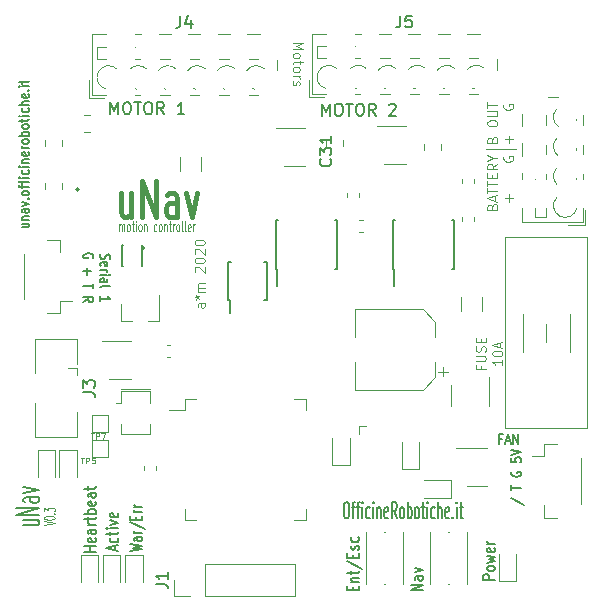
<source format=gbr>
G04 #@! TF.GenerationSoftware,KiCad,Pcbnew,5.1.6-c6e7f7d~87~ubuntu18.04.1*
G04 #@! TF.CreationDate,2020-08-09T22:43:26+01:00*
G04 #@! TF.ProjectId,simpleboard,73696d70-6c65-4626-9f61-72642e6b6963,rev?*
G04 #@! TF.SameCoordinates,Original*
G04 #@! TF.FileFunction,Legend,Top*
G04 #@! TF.FilePolarity,Positive*
%FSLAX46Y46*%
G04 Gerber Fmt 4.6, Leading zero omitted, Abs format (unit mm)*
G04 Created by KiCad (PCBNEW 5.1.6-c6e7f7d~87~ubuntu18.04.1) date 2020-08-09 22:43:26*
%MOMM*%
%LPD*%
G01*
G04 APERTURE LIST*
%ADD10C,0.200000*%
%ADD11C,0.125000*%
%ADD12C,0.175000*%
%ADD13C,0.400000*%
%ADD14C,0.120000*%
%ADD15C,0.150000*%
G04 APERTURE END LIST*
D10*
X176880952Y-58877380D02*
X176880952Y-57877380D01*
X177214285Y-58591666D01*
X177547619Y-57877380D01*
X177547619Y-58877380D01*
X178214285Y-57877380D02*
X178404761Y-57877380D01*
X178500000Y-57925000D01*
X178595238Y-58020238D01*
X178642857Y-58210714D01*
X178642857Y-58544047D01*
X178595238Y-58734523D01*
X178500000Y-58829761D01*
X178404761Y-58877380D01*
X178214285Y-58877380D01*
X178119047Y-58829761D01*
X178023809Y-58734523D01*
X177976190Y-58544047D01*
X177976190Y-58210714D01*
X178023809Y-58020238D01*
X178119047Y-57925000D01*
X178214285Y-57877380D01*
X178928571Y-57877380D02*
X179500000Y-57877380D01*
X179214285Y-58877380D02*
X179214285Y-57877380D01*
X180023809Y-57877380D02*
X180214285Y-57877380D01*
X180309523Y-57925000D01*
X180404761Y-58020238D01*
X180452380Y-58210714D01*
X180452380Y-58544047D01*
X180404761Y-58734523D01*
X180309523Y-58829761D01*
X180214285Y-58877380D01*
X180023809Y-58877380D01*
X179928571Y-58829761D01*
X179833333Y-58734523D01*
X179785714Y-58544047D01*
X179785714Y-58210714D01*
X179833333Y-58020238D01*
X179928571Y-57925000D01*
X180023809Y-57877380D01*
X181452380Y-58877380D02*
X181119047Y-58401190D01*
X180880952Y-58877380D02*
X180880952Y-57877380D01*
X181261904Y-57877380D01*
X181357142Y-57925000D01*
X181404761Y-57972619D01*
X181452380Y-58067857D01*
X181452380Y-58210714D01*
X181404761Y-58305952D01*
X181357142Y-58353571D01*
X181261904Y-58401190D01*
X180880952Y-58401190D01*
X182595238Y-57972619D02*
X182642857Y-57925000D01*
X182738095Y-57877380D01*
X182976190Y-57877380D01*
X183071428Y-57925000D01*
X183119047Y-57972619D01*
X183166666Y-58067857D01*
X183166666Y-58163095D01*
X183119047Y-58305952D01*
X182547619Y-58877380D01*
X183166666Y-58877380D01*
X158955952Y-58752380D02*
X158955952Y-57752380D01*
X159289285Y-58466666D01*
X159622619Y-57752380D01*
X159622619Y-58752380D01*
X160289285Y-57752380D02*
X160479761Y-57752380D01*
X160575000Y-57800000D01*
X160670238Y-57895238D01*
X160717857Y-58085714D01*
X160717857Y-58419047D01*
X160670238Y-58609523D01*
X160575000Y-58704761D01*
X160479761Y-58752380D01*
X160289285Y-58752380D01*
X160194047Y-58704761D01*
X160098809Y-58609523D01*
X160051190Y-58419047D01*
X160051190Y-58085714D01*
X160098809Y-57895238D01*
X160194047Y-57800000D01*
X160289285Y-57752380D01*
X161003571Y-57752380D02*
X161575000Y-57752380D01*
X161289285Y-58752380D02*
X161289285Y-57752380D01*
X162098809Y-57752380D02*
X162289285Y-57752380D01*
X162384523Y-57800000D01*
X162479761Y-57895238D01*
X162527380Y-58085714D01*
X162527380Y-58419047D01*
X162479761Y-58609523D01*
X162384523Y-58704761D01*
X162289285Y-58752380D01*
X162098809Y-58752380D01*
X162003571Y-58704761D01*
X161908333Y-58609523D01*
X161860714Y-58419047D01*
X161860714Y-58085714D01*
X161908333Y-57895238D01*
X162003571Y-57800000D01*
X162098809Y-57752380D01*
X163527380Y-58752380D02*
X163194047Y-58276190D01*
X162955952Y-58752380D02*
X162955952Y-57752380D01*
X163336904Y-57752380D01*
X163432142Y-57800000D01*
X163479761Y-57847619D01*
X163527380Y-57942857D01*
X163527380Y-58085714D01*
X163479761Y-58180952D01*
X163432142Y-58228571D01*
X163336904Y-58276190D01*
X162955952Y-58276190D01*
X165241666Y-58752380D02*
X164670238Y-58752380D01*
X164955952Y-58752380D02*
X164955952Y-57752380D01*
X164860714Y-57895238D01*
X164765476Y-57990476D01*
X164670238Y-58038095D01*
D11*
X191314285Y-66578571D02*
X191354761Y-66464285D01*
X191395238Y-66426190D01*
X191476190Y-66388095D01*
X191597619Y-66388095D01*
X191678571Y-66426190D01*
X191719047Y-66464285D01*
X191759523Y-66540476D01*
X191759523Y-66845238D01*
X190909523Y-66845238D01*
X190909523Y-66578571D01*
X190950000Y-66502380D01*
X190990476Y-66464285D01*
X191071428Y-66426190D01*
X191152380Y-66426190D01*
X191233333Y-66464285D01*
X191273809Y-66502380D01*
X191314285Y-66578571D01*
X191314285Y-66845238D01*
X191516666Y-66083333D02*
X191516666Y-65702380D01*
X191759523Y-66159523D02*
X190909523Y-65892857D01*
X191759523Y-65626190D01*
X190909523Y-65473809D02*
X190909523Y-65016666D01*
X191759523Y-65245238D02*
X190909523Y-65245238D01*
X190909523Y-64864285D02*
X190909523Y-64407142D01*
X191759523Y-64635714D02*
X190909523Y-64635714D01*
X191314285Y-64140476D02*
X191314285Y-63873809D01*
X191759523Y-63759523D02*
X191759523Y-64140476D01*
X190909523Y-64140476D01*
X190909523Y-63759523D01*
X191759523Y-62959523D02*
X191354761Y-63226190D01*
X191759523Y-63416666D02*
X190909523Y-63416666D01*
X190909523Y-63111904D01*
X190950000Y-63035714D01*
X190990476Y-62997619D01*
X191071428Y-62959523D01*
X191192857Y-62959523D01*
X191273809Y-62997619D01*
X191314285Y-63035714D01*
X191354761Y-63111904D01*
X191354761Y-63416666D01*
X191354761Y-62464285D02*
X191759523Y-62464285D01*
X190909523Y-62730952D02*
X191354761Y-62464285D01*
X190909523Y-62197619D01*
X192042857Y-61740476D02*
X190828571Y-61740476D01*
X191314285Y-60902380D02*
X191354761Y-60788095D01*
X191395238Y-60750000D01*
X191476190Y-60711904D01*
X191597619Y-60711904D01*
X191678571Y-60750000D01*
X191719047Y-60788095D01*
X191759523Y-60864285D01*
X191759523Y-61169047D01*
X190909523Y-61169047D01*
X190909523Y-60902380D01*
X190950000Y-60826190D01*
X190990476Y-60788095D01*
X191071428Y-60750000D01*
X191152380Y-60750000D01*
X191233333Y-60788095D01*
X191273809Y-60826190D01*
X191314285Y-60902380D01*
X191314285Y-61169047D01*
X190909523Y-59607142D02*
X190909523Y-59454761D01*
X190950000Y-59378571D01*
X191030952Y-59302380D01*
X191192857Y-59264285D01*
X191476190Y-59264285D01*
X191638095Y-59302380D01*
X191719047Y-59378571D01*
X191759523Y-59454761D01*
X191759523Y-59607142D01*
X191719047Y-59683333D01*
X191638095Y-59759523D01*
X191476190Y-59797619D01*
X191192857Y-59797619D01*
X191030952Y-59759523D01*
X190950000Y-59683333D01*
X190909523Y-59607142D01*
X190909523Y-58921428D02*
X191597619Y-58921428D01*
X191678571Y-58883333D01*
X191719047Y-58845238D01*
X191759523Y-58769047D01*
X191759523Y-58616666D01*
X191719047Y-58540476D01*
X191678571Y-58502380D01*
X191597619Y-58464285D01*
X190909523Y-58464285D01*
X190909523Y-58197619D02*
X190909523Y-57740476D01*
X191759523Y-57969047D02*
X190909523Y-57969047D01*
X192760714Y-66164285D02*
X192760714Y-65554761D01*
X193084523Y-65859523D02*
X192436904Y-65859523D01*
X192275000Y-62316666D02*
X192234523Y-62392857D01*
X192234523Y-62507142D01*
X192275000Y-62621428D01*
X192355952Y-62697619D01*
X192436904Y-62735714D01*
X192598809Y-62773809D01*
X192720238Y-62773809D01*
X192882142Y-62735714D01*
X192963095Y-62697619D01*
X193044047Y-62621428D01*
X193084523Y-62507142D01*
X193084523Y-62430952D01*
X193044047Y-62316666D01*
X193003571Y-62278571D01*
X192720238Y-62278571D01*
X192720238Y-62430952D01*
X193367857Y-61745238D02*
X192153571Y-61745238D01*
X192760714Y-61173809D02*
X192760714Y-60564285D01*
X193084523Y-60869047D02*
X192436904Y-60869047D01*
X192275000Y-57935714D02*
X192234523Y-58011904D01*
X192234523Y-58126190D01*
X192275000Y-58240476D01*
X192355952Y-58316666D01*
X192436904Y-58354761D01*
X192598809Y-58392857D01*
X192720238Y-58392857D01*
X192882142Y-58354761D01*
X192963095Y-58316666D01*
X193044047Y-58240476D01*
X193084523Y-58126190D01*
X193084523Y-58050000D01*
X193044047Y-57935714D01*
X193003571Y-57897619D01*
X192720238Y-57897619D01*
X192720238Y-58050000D01*
X153357142Y-93552678D02*
X154257142Y-93386011D01*
X153357142Y-93219345D01*
X153357142Y-92957440D02*
X153357142Y-92909821D01*
X153400000Y-92862202D01*
X153442857Y-92838392D01*
X153528571Y-92814583D01*
X153700000Y-92790773D01*
X153914285Y-92790773D01*
X154085714Y-92814583D01*
X154171428Y-92838392D01*
X154214285Y-92862202D01*
X154257142Y-92909821D01*
X154257142Y-92957440D01*
X154214285Y-93005059D01*
X154171428Y-93028869D01*
X154085714Y-93052678D01*
X153914285Y-93076488D01*
X153700000Y-93076488D01*
X153528571Y-93052678D01*
X153442857Y-93028869D01*
X153400000Y-93005059D01*
X153357142Y-92957440D01*
X154171428Y-92576488D02*
X154214285Y-92552678D01*
X154257142Y-92576488D01*
X154214285Y-92600297D01*
X154171428Y-92576488D01*
X154257142Y-92576488D01*
X153357142Y-92386011D02*
X153357142Y-92076488D01*
X153700000Y-92243154D01*
X153700000Y-92171726D01*
X153742857Y-92124107D01*
X153785714Y-92100297D01*
X153871428Y-92076488D01*
X154085714Y-92076488D01*
X154171428Y-92100297D01*
X154214285Y-92124107D01*
X154257142Y-92171726D01*
X154257142Y-92314583D01*
X154214285Y-92362202D01*
X154171428Y-92386011D01*
X159741369Y-68682142D02*
X159741369Y-68082142D01*
X159741369Y-68167857D02*
X159765178Y-68125000D01*
X159812797Y-68082142D01*
X159884226Y-68082142D01*
X159931845Y-68125000D01*
X159955654Y-68210714D01*
X159955654Y-68682142D01*
X159955654Y-68210714D02*
X159979464Y-68125000D01*
X160027083Y-68082142D01*
X160098511Y-68082142D01*
X160146130Y-68125000D01*
X160169940Y-68210714D01*
X160169940Y-68682142D01*
X160479464Y-68682142D02*
X160431845Y-68639285D01*
X160408035Y-68596428D01*
X160384226Y-68510714D01*
X160384226Y-68253571D01*
X160408035Y-68167857D01*
X160431845Y-68125000D01*
X160479464Y-68082142D01*
X160550892Y-68082142D01*
X160598511Y-68125000D01*
X160622321Y-68167857D01*
X160646130Y-68253571D01*
X160646130Y-68510714D01*
X160622321Y-68596428D01*
X160598511Y-68639285D01*
X160550892Y-68682142D01*
X160479464Y-68682142D01*
X160788988Y-68082142D02*
X160979464Y-68082142D01*
X160860416Y-67782142D02*
X160860416Y-68553571D01*
X160884226Y-68639285D01*
X160931845Y-68682142D01*
X160979464Y-68682142D01*
X161146130Y-68682142D02*
X161146130Y-68082142D01*
X161146130Y-67782142D02*
X161122321Y-67825000D01*
X161146130Y-67867857D01*
X161169940Y-67825000D01*
X161146130Y-67782142D01*
X161146130Y-67867857D01*
X161455654Y-68682142D02*
X161408035Y-68639285D01*
X161384226Y-68596428D01*
X161360416Y-68510714D01*
X161360416Y-68253571D01*
X161384226Y-68167857D01*
X161408035Y-68125000D01*
X161455654Y-68082142D01*
X161527083Y-68082142D01*
X161574702Y-68125000D01*
X161598511Y-68167857D01*
X161622321Y-68253571D01*
X161622321Y-68510714D01*
X161598511Y-68596428D01*
X161574702Y-68639285D01*
X161527083Y-68682142D01*
X161455654Y-68682142D01*
X161836607Y-68082142D02*
X161836607Y-68682142D01*
X161836607Y-68167857D02*
X161860416Y-68125000D01*
X161908035Y-68082142D01*
X161979464Y-68082142D01*
X162027083Y-68125000D01*
X162050892Y-68210714D01*
X162050892Y-68682142D01*
X162884226Y-68639285D02*
X162836607Y-68682142D01*
X162741369Y-68682142D01*
X162693750Y-68639285D01*
X162669940Y-68596428D01*
X162646130Y-68510714D01*
X162646130Y-68253571D01*
X162669940Y-68167857D01*
X162693750Y-68125000D01*
X162741369Y-68082142D01*
X162836607Y-68082142D01*
X162884226Y-68125000D01*
X163169940Y-68682142D02*
X163122321Y-68639285D01*
X163098511Y-68596428D01*
X163074702Y-68510714D01*
X163074702Y-68253571D01*
X163098511Y-68167857D01*
X163122321Y-68125000D01*
X163169940Y-68082142D01*
X163241369Y-68082142D01*
X163288988Y-68125000D01*
X163312797Y-68167857D01*
X163336607Y-68253571D01*
X163336607Y-68510714D01*
X163312797Y-68596428D01*
X163288988Y-68639285D01*
X163241369Y-68682142D01*
X163169940Y-68682142D01*
X163550892Y-68082142D02*
X163550892Y-68682142D01*
X163550892Y-68167857D02*
X163574702Y-68125000D01*
X163622321Y-68082142D01*
X163693750Y-68082142D01*
X163741369Y-68125000D01*
X163765178Y-68210714D01*
X163765178Y-68682142D01*
X163931845Y-68082142D02*
X164122321Y-68082142D01*
X164003273Y-67782142D02*
X164003273Y-68553571D01*
X164027083Y-68639285D01*
X164074702Y-68682142D01*
X164122321Y-68682142D01*
X164288988Y-68682142D02*
X164288988Y-68082142D01*
X164288988Y-68253571D02*
X164312797Y-68167857D01*
X164336607Y-68125000D01*
X164384226Y-68082142D01*
X164431845Y-68082142D01*
X164669940Y-68682142D02*
X164622321Y-68639285D01*
X164598511Y-68596428D01*
X164574702Y-68510714D01*
X164574702Y-68253571D01*
X164598511Y-68167857D01*
X164622321Y-68125000D01*
X164669940Y-68082142D01*
X164741369Y-68082142D01*
X164788988Y-68125000D01*
X164812797Y-68167857D01*
X164836607Y-68253571D01*
X164836607Y-68510714D01*
X164812797Y-68596428D01*
X164788988Y-68639285D01*
X164741369Y-68682142D01*
X164669940Y-68682142D01*
X165122321Y-68682142D02*
X165074702Y-68639285D01*
X165050892Y-68553571D01*
X165050892Y-67782142D01*
X165384226Y-68682142D02*
X165336607Y-68639285D01*
X165312797Y-68553571D01*
X165312797Y-67782142D01*
X165765178Y-68639285D02*
X165717559Y-68682142D01*
X165622321Y-68682142D01*
X165574702Y-68639285D01*
X165550892Y-68553571D01*
X165550892Y-68210714D01*
X165574702Y-68125000D01*
X165622321Y-68082142D01*
X165717559Y-68082142D01*
X165765178Y-68125000D01*
X165788988Y-68210714D01*
X165788988Y-68296428D01*
X165550892Y-68382142D01*
X166003273Y-68682142D02*
X166003273Y-68082142D01*
X166003273Y-68253571D02*
X166027083Y-68167857D01*
X166050892Y-68125000D01*
X166098511Y-68082142D01*
X166146130Y-68082142D01*
D12*
X151517857Y-68041666D02*
X152084523Y-68041666D01*
X151517857Y-68341666D02*
X151963095Y-68341666D01*
X152044047Y-68308333D01*
X152084523Y-68241666D01*
X152084523Y-68141666D01*
X152044047Y-68075000D01*
X152003571Y-68041666D01*
X151517857Y-67708333D02*
X152084523Y-67708333D01*
X151598809Y-67708333D02*
X151558333Y-67675000D01*
X151517857Y-67608333D01*
X151517857Y-67508333D01*
X151558333Y-67441666D01*
X151639285Y-67408333D01*
X152084523Y-67408333D01*
X152084523Y-66775000D02*
X151639285Y-66775000D01*
X151558333Y-66808333D01*
X151517857Y-66875000D01*
X151517857Y-67008333D01*
X151558333Y-67075000D01*
X152044047Y-66775000D02*
X152084523Y-66841666D01*
X152084523Y-67008333D01*
X152044047Y-67075000D01*
X151963095Y-67108333D01*
X151882142Y-67108333D01*
X151801190Y-67075000D01*
X151760714Y-67008333D01*
X151760714Y-66841666D01*
X151720238Y-66775000D01*
X151517857Y-66508333D02*
X152084523Y-66341666D01*
X151517857Y-66175000D01*
X152003571Y-65908333D02*
X152044047Y-65875000D01*
X152084523Y-65908333D01*
X152044047Y-65941666D01*
X152003571Y-65908333D01*
X152084523Y-65908333D01*
X152084523Y-65475000D02*
X152044047Y-65541666D01*
X152003571Y-65575000D01*
X151922619Y-65608333D01*
X151679761Y-65608333D01*
X151598809Y-65575000D01*
X151558333Y-65541666D01*
X151517857Y-65475000D01*
X151517857Y-65375000D01*
X151558333Y-65308333D01*
X151598809Y-65275000D01*
X151679761Y-65241666D01*
X151922619Y-65241666D01*
X152003571Y-65275000D01*
X152044047Y-65308333D01*
X152084523Y-65375000D01*
X152084523Y-65475000D01*
X151517857Y-65041666D02*
X151517857Y-64775000D01*
X152084523Y-64941666D02*
X151355952Y-64941666D01*
X151275000Y-64908333D01*
X151234523Y-64841666D01*
X151234523Y-64775000D01*
X151517857Y-64641666D02*
X151517857Y-64375000D01*
X152084523Y-64541666D02*
X151355952Y-64541666D01*
X151275000Y-64508333D01*
X151234523Y-64441666D01*
X151234523Y-64375000D01*
X152084523Y-64141666D02*
X151517857Y-64141666D01*
X151234523Y-64141666D02*
X151275000Y-64175000D01*
X151315476Y-64141666D01*
X151275000Y-64108333D01*
X151234523Y-64141666D01*
X151315476Y-64141666D01*
X152044047Y-63508333D02*
X152084523Y-63575000D01*
X152084523Y-63708333D01*
X152044047Y-63775000D01*
X152003571Y-63808333D01*
X151922619Y-63841666D01*
X151679761Y-63841666D01*
X151598809Y-63808333D01*
X151558333Y-63775000D01*
X151517857Y-63708333D01*
X151517857Y-63575000D01*
X151558333Y-63508333D01*
X152084523Y-63208333D02*
X151517857Y-63208333D01*
X151234523Y-63208333D02*
X151275000Y-63241666D01*
X151315476Y-63208333D01*
X151275000Y-63175000D01*
X151234523Y-63208333D01*
X151315476Y-63208333D01*
X151517857Y-62875000D02*
X152084523Y-62875000D01*
X151598809Y-62875000D02*
X151558333Y-62841666D01*
X151517857Y-62775000D01*
X151517857Y-62675000D01*
X151558333Y-62608333D01*
X151639285Y-62575000D01*
X152084523Y-62575000D01*
X152044047Y-61975000D02*
X152084523Y-62041666D01*
X152084523Y-62175000D01*
X152044047Y-62241666D01*
X151963095Y-62275000D01*
X151639285Y-62275000D01*
X151558333Y-62241666D01*
X151517857Y-62175000D01*
X151517857Y-62041666D01*
X151558333Y-61975000D01*
X151639285Y-61941666D01*
X151720238Y-61941666D01*
X151801190Y-62275000D01*
X152084523Y-61641666D02*
X151517857Y-61641666D01*
X151679761Y-61641666D02*
X151598809Y-61608333D01*
X151558333Y-61575000D01*
X151517857Y-61508333D01*
X151517857Y-61441666D01*
X152084523Y-61108333D02*
X152044047Y-61175000D01*
X152003571Y-61208333D01*
X151922619Y-61241666D01*
X151679761Y-61241666D01*
X151598809Y-61208333D01*
X151558333Y-61175000D01*
X151517857Y-61108333D01*
X151517857Y-61008333D01*
X151558333Y-60941666D01*
X151598809Y-60908333D01*
X151679761Y-60875000D01*
X151922619Y-60875000D01*
X152003571Y-60908333D01*
X152044047Y-60941666D01*
X152084523Y-61008333D01*
X152084523Y-61108333D01*
X152084523Y-60575000D02*
X151234523Y-60575000D01*
X151558333Y-60575000D02*
X151517857Y-60508333D01*
X151517857Y-60375000D01*
X151558333Y-60308333D01*
X151598809Y-60275000D01*
X151679761Y-60241666D01*
X151922619Y-60241666D01*
X152003571Y-60275000D01*
X152044047Y-60308333D01*
X152084523Y-60375000D01*
X152084523Y-60508333D01*
X152044047Y-60575000D01*
X152084523Y-59841666D02*
X152044047Y-59908333D01*
X152003571Y-59941666D01*
X151922619Y-59975000D01*
X151679761Y-59975000D01*
X151598809Y-59941666D01*
X151558333Y-59908333D01*
X151517857Y-59841666D01*
X151517857Y-59741666D01*
X151558333Y-59675000D01*
X151598809Y-59641666D01*
X151679761Y-59608333D01*
X151922619Y-59608333D01*
X152003571Y-59641666D01*
X152044047Y-59675000D01*
X152084523Y-59741666D01*
X152084523Y-59841666D01*
X151517857Y-59408333D02*
X151517857Y-59141666D01*
X151234523Y-59308333D02*
X151963095Y-59308333D01*
X152044047Y-59275000D01*
X152084523Y-59208333D01*
X152084523Y-59141666D01*
X152084523Y-58908333D02*
X151517857Y-58908333D01*
X151234523Y-58908333D02*
X151275000Y-58941666D01*
X151315476Y-58908333D01*
X151275000Y-58875000D01*
X151234523Y-58908333D01*
X151315476Y-58908333D01*
X152044047Y-58275000D02*
X152084523Y-58341666D01*
X152084523Y-58475000D01*
X152044047Y-58541666D01*
X152003571Y-58575000D01*
X151922619Y-58608333D01*
X151679761Y-58608333D01*
X151598809Y-58575000D01*
X151558333Y-58541666D01*
X151517857Y-58475000D01*
X151517857Y-58341666D01*
X151558333Y-58275000D01*
X152084523Y-57975000D02*
X151234523Y-57975000D01*
X152084523Y-57675000D02*
X151639285Y-57675000D01*
X151558333Y-57708333D01*
X151517857Y-57775000D01*
X151517857Y-57875000D01*
X151558333Y-57941666D01*
X151598809Y-57975000D01*
X152044047Y-57075000D02*
X152084523Y-57141666D01*
X152084523Y-57275000D01*
X152044047Y-57341666D01*
X151963095Y-57375000D01*
X151639285Y-57375000D01*
X151558333Y-57341666D01*
X151517857Y-57275000D01*
X151517857Y-57141666D01*
X151558333Y-57075000D01*
X151639285Y-57041666D01*
X151720238Y-57041666D01*
X151801190Y-57375000D01*
X152003571Y-56741666D02*
X152044047Y-56708333D01*
X152084523Y-56741666D01*
X152044047Y-56775000D01*
X152003571Y-56741666D01*
X152084523Y-56741666D01*
X152084523Y-56408333D02*
X151517857Y-56408333D01*
X151234523Y-56408333D02*
X151275000Y-56441666D01*
X151315476Y-56408333D01*
X151275000Y-56375000D01*
X151234523Y-56408333D01*
X151315476Y-56408333D01*
X151517857Y-56175000D02*
X151517857Y-55908333D01*
X151234523Y-56075000D02*
X151963095Y-56075000D01*
X152044047Y-56041666D01*
X152084523Y-55975000D01*
X152084523Y-55908333D01*
D11*
X166959523Y-74770238D02*
X166514285Y-74770238D01*
X166433333Y-74808333D01*
X166392857Y-74884523D01*
X166392857Y-75036904D01*
X166433333Y-75113095D01*
X166919047Y-74770238D02*
X166959523Y-74846428D01*
X166959523Y-75036904D01*
X166919047Y-75113095D01*
X166838095Y-75151190D01*
X166757142Y-75151190D01*
X166676190Y-75113095D01*
X166635714Y-75036904D01*
X166635714Y-74846428D01*
X166595238Y-74770238D01*
X166109523Y-74275000D02*
X166311904Y-74275000D01*
X166230952Y-74465476D02*
X166311904Y-74275000D01*
X166230952Y-74084523D01*
X166473809Y-74389285D02*
X166311904Y-74275000D01*
X166473809Y-74160714D01*
X166959523Y-73779761D02*
X166392857Y-73779761D01*
X166473809Y-73779761D02*
X166433333Y-73741666D01*
X166392857Y-73665476D01*
X166392857Y-73551190D01*
X166433333Y-73475000D01*
X166514285Y-73436904D01*
X166959523Y-73436904D01*
X166514285Y-73436904D02*
X166433333Y-73398809D01*
X166392857Y-73322619D01*
X166392857Y-73208333D01*
X166433333Y-73132142D01*
X166514285Y-73094047D01*
X166959523Y-73094047D01*
X166190476Y-72141666D02*
X166150000Y-72103571D01*
X166109523Y-72027380D01*
X166109523Y-71836904D01*
X166150000Y-71760714D01*
X166190476Y-71722619D01*
X166271428Y-71684523D01*
X166352380Y-71684523D01*
X166473809Y-71722619D01*
X166959523Y-72179761D01*
X166959523Y-71684523D01*
X166109523Y-71189285D02*
X166109523Y-71113095D01*
X166150000Y-71036904D01*
X166190476Y-70998809D01*
X166271428Y-70960714D01*
X166433333Y-70922619D01*
X166635714Y-70922619D01*
X166797619Y-70960714D01*
X166878571Y-70998809D01*
X166919047Y-71036904D01*
X166959523Y-71113095D01*
X166959523Y-71189285D01*
X166919047Y-71265476D01*
X166878571Y-71303571D01*
X166797619Y-71341666D01*
X166635714Y-71379761D01*
X166433333Y-71379761D01*
X166271428Y-71341666D01*
X166190476Y-71303571D01*
X166150000Y-71265476D01*
X166109523Y-71189285D01*
X166190476Y-70617857D02*
X166150000Y-70579761D01*
X166109523Y-70503571D01*
X166109523Y-70313095D01*
X166150000Y-70236904D01*
X166190476Y-70198809D01*
X166271428Y-70160714D01*
X166352380Y-70160714D01*
X166473809Y-70198809D01*
X166959523Y-70655952D01*
X166959523Y-70160714D01*
X166109523Y-69665476D02*
X166109523Y-69589285D01*
X166150000Y-69513095D01*
X166190476Y-69475000D01*
X166271428Y-69436904D01*
X166433333Y-69398809D01*
X166635714Y-69398809D01*
X166797619Y-69436904D01*
X166878571Y-69475000D01*
X166919047Y-69513095D01*
X166959523Y-69589285D01*
X166959523Y-69665476D01*
X166919047Y-69741666D01*
X166878571Y-69779761D01*
X166797619Y-69817857D01*
X166635714Y-69855952D01*
X166433333Y-69855952D01*
X166271428Y-69817857D01*
X166190476Y-69779761D01*
X166150000Y-69741666D01*
X166109523Y-69665476D01*
D13*
X160714285Y-65457142D02*
X160714285Y-67457142D01*
X159857142Y-65457142D02*
X159857142Y-67028571D01*
X159952380Y-67314285D01*
X160142857Y-67457142D01*
X160428571Y-67457142D01*
X160619047Y-67314285D01*
X160714285Y-67171428D01*
X161666666Y-67457142D02*
X161666666Y-64457142D01*
X162809523Y-67457142D01*
X162809523Y-64457142D01*
X164619047Y-67457142D02*
X164619047Y-65885714D01*
X164523809Y-65600000D01*
X164333333Y-65457142D01*
X163952380Y-65457142D01*
X163761904Y-65600000D01*
X164619047Y-67314285D02*
X164428571Y-67457142D01*
X163952380Y-67457142D01*
X163761904Y-67314285D01*
X163666666Y-67028571D01*
X163666666Y-66742857D01*
X163761904Y-66457142D01*
X163952380Y-66314285D01*
X164428571Y-66314285D01*
X164619047Y-66171428D01*
X165380952Y-65457142D02*
X165857142Y-67457142D01*
X166333333Y-65457142D01*
D10*
X151621428Y-93142857D02*
X152954761Y-93142857D01*
X151621428Y-93571428D02*
X152669047Y-93571428D01*
X152859523Y-93523809D01*
X152954761Y-93428571D01*
X152954761Y-93285714D01*
X152859523Y-93190476D01*
X152764285Y-93142857D01*
X152954761Y-92666666D02*
X150954761Y-92666666D01*
X152954761Y-92095238D01*
X150954761Y-92095238D01*
X152954761Y-91190476D02*
X151907142Y-91190476D01*
X151716666Y-91238095D01*
X151621428Y-91333333D01*
X151621428Y-91523809D01*
X151716666Y-91619047D01*
X152859523Y-91190476D02*
X152954761Y-91285714D01*
X152954761Y-91523809D01*
X152859523Y-91619047D01*
X152669047Y-91666666D01*
X152478571Y-91666666D01*
X152288095Y-91619047D01*
X152192857Y-91523809D01*
X152192857Y-91285714D01*
X152097619Y-91190476D01*
X151621428Y-90809523D02*
X152954761Y-90571428D01*
X151621428Y-90333333D01*
D12*
X178916666Y-91583333D02*
X179050000Y-91583333D01*
X179116666Y-91650000D01*
X179183333Y-91783333D01*
X179216666Y-92050000D01*
X179216666Y-92516666D01*
X179183333Y-92783333D01*
X179116666Y-92916666D01*
X179050000Y-92983333D01*
X178916666Y-92983333D01*
X178850000Y-92916666D01*
X178783333Y-92783333D01*
X178750000Y-92516666D01*
X178750000Y-92050000D01*
X178783333Y-91783333D01*
X178850000Y-91650000D01*
X178916666Y-91583333D01*
X179416666Y-92050000D02*
X179683333Y-92050000D01*
X179516666Y-92983333D02*
X179516666Y-91783333D01*
X179550000Y-91650000D01*
X179616666Y-91583333D01*
X179683333Y-91583333D01*
X179816666Y-92050000D02*
X180083333Y-92050000D01*
X179916666Y-92983333D02*
X179916666Y-91783333D01*
X179950000Y-91650000D01*
X180016666Y-91583333D01*
X180083333Y-91583333D01*
X180316666Y-92983333D02*
X180316666Y-92050000D01*
X180316666Y-91583333D02*
X180283333Y-91650000D01*
X180316666Y-91716666D01*
X180350000Y-91650000D01*
X180316666Y-91583333D01*
X180316666Y-91716666D01*
X180950000Y-92916666D02*
X180883333Y-92983333D01*
X180750000Y-92983333D01*
X180683333Y-92916666D01*
X180650000Y-92850000D01*
X180616666Y-92716666D01*
X180616666Y-92316666D01*
X180650000Y-92183333D01*
X180683333Y-92116666D01*
X180750000Y-92050000D01*
X180883333Y-92050000D01*
X180950000Y-92116666D01*
X181250000Y-92983333D02*
X181250000Y-92050000D01*
X181250000Y-91583333D02*
X181216666Y-91650000D01*
X181250000Y-91716666D01*
X181283333Y-91650000D01*
X181250000Y-91583333D01*
X181250000Y-91716666D01*
X181583333Y-92050000D02*
X181583333Y-92983333D01*
X181583333Y-92183333D02*
X181616666Y-92116666D01*
X181683333Y-92050000D01*
X181783333Y-92050000D01*
X181850000Y-92116666D01*
X181883333Y-92250000D01*
X181883333Y-92983333D01*
X182483333Y-92916666D02*
X182416666Y-92983333D01*
X182283333Y-92983333D01*
X182216666Y-92916666D01*
X182183333Y-92783333D01*
X182183333Y-92250000D01*
X182216666Y-92116666D01*
X182283333Y-92050000D01*
X182416666Y-92050000D01*
X182483333Y-92116666D01*
X182516666Y-92250000D01*
X182516666Y-92383333D01*
X182183333Y-92516666D01*
X183216666Y-92983333D02*
X182983333Y-92316666D01*
X182816666Y-92983333D02*
X182816666Y-91583333D01*
X183083333Y-91583333D01*
X183150000Y-91650000D01*
X183183333Y-91716666D01*
X183216666Y-91850000D01*
X183216666Y-92050000D01*
X183183333Y-92183333D01*
X183150000Y-92250000D01*
X183083333Y-92316666D01*
X182816666Y-92316666D01*
X183616666Y-92983333D02*
X183550000Y-92916666D01*
X183516666Y-92850000D01*
X183483333Y-92716666D01*
X183483333Y-92316666D01*
X183516666Y-92183333D01*
X183550000Y-92116666D01*
X183616666Y-92050000D01*
X183716666Y-92050000D01*
X183783333Y-92116666D01*
X183816666Y-92183333D01*
X183850000Y-92316666D01*
X183850000Y-92716666D01*
X183816666Y-92850000D01*
X183783333Y-92916666D01*
X183716666Y-92983333D01*
X183616666Y-92983333D01*
X184150000Y-92983333D02*
X184150000Y-91583333D01*
X184150000Y-92116666D02*
X184216666Y-92050000D01*
X184350000Y-92050000D01*
X184416666Y-92116666D01*
X184450000Y-92183333D01*
X184483333Y-92316666D01*
X184483333Y-92716666D01*
X184450000Y-92850000D01*
X184416666Y-92916666D01*
X184350000Y-92983333D01*
X184216666Y-92983333D01*
X184150000Y-92916666D01*
X184883333Y-92983333D02*
X184816666Y-92916666D01*
X184783333Y-92850000D01*
X184750000Y-92716666D01*
X184750000Y-92316666D01*
X184783333Y-92183333D01*
X184816666Y-92116666D01*
X184883333Y-92050000D01*
X184983333Y-92050000D01*
X185050000Y-92116666D01*
X185083333Y-92183333D01*
X185116666Y-92316666D01*
X185116666Y-92716666D01*
X185083333Y-92850000D01*
X185050000Y-92916666D01*
X184983333Y-92983333D01*
X184883333Y-92983333D01*
X185316666Y-92050000D02*
X185583333Y-92050000D01*
X185416666Y-91583333D02*
X185416666Y-92783333D01*
X185450000Y-92916666D01*
X185516666Y-92983333D01*
X185583333Y-92983333D01*
X185816666Y-92983333D02*
X185816666Y-92050000D01*
X185816666Y-91583333D02*
X185783333Y-91650000D01*
X185816666Y-91716666D01*
X185850000Y-91650000D01*
X185816666Y-91583333D01*
X185816666Y-91716666D01*
X186450000Y-92916666D02*
X186383333Y-92983333D01*
X186250000Y-92983333D01*
X186183333Y-92916666D01*
X186150000Y-92850000D01*
X186116666Y-92716666D01*
X186116666Y-92316666D01*
X186150000Y-92183333D01*
X186183333Y-92116666D01*
X186250000Y-92050000D01*
X186383333Y-92050000D01*
X186450000Y-92116666D01*
X186750000Y-92983333D02*
X186750000Y-91583333D01*
X187050000Y-92983333D02*
X187050000Y-92250000D01*
X187016666Y-92116666D01*
X186950000Y-92050000D01*
X186850000Y-92050000D01*
X186783333Y-92116666D01*
X186750000Y-92183333D01*
X187650000Y-92916666D02*
X187583333Y-92983333D01*
X187450000Y-92983333D01*
X187383333Y-92916666D01*
X187350000Y-92783333D01*
X187350000Y-92250000D01*
X187383333Y-92116666D01*
X187450000Y-92050000D01*
X187583333Y-92050000D01*
X187650000Y-92116666D01*
X187683333Y-92250000D01*
X187683333Y-92383333D01*
X187350000Y-92516666D01*
X187983333Y-92850000D02*
X188016666Y-92916666D01*
X187983333Y-92983333D01*
X187950000Y-92916666D01*
X187983333Y-92850000D01*
X187983333Y-92983333D01*
X188316666Y-92983333D02*
X188316666Y-92050000D01*
X188316666Y-91583333D02*
X188283333Y-91650000D01*
X188316666Y-91716666D01*
X188350000Y-91650000D01*
X188316666Y-91583333D01*
X188316666Y-91716666D01*
X188550000Y-92050000D02*
X188816666Y-92050000D01*
X188650000Y-91583333D02*
X188650000Y-92783333D01*
X188683333Y-92916666D01*
X188750000Y-92983333D01*
X188816666Y-92983333D01*
D11*
X190339285Y-80097619D02*
X190339285Y-80364285D01*
X190784523Y-80364285D02*
X189934523Y-80364285D01*
X189934523Y-79983333D01*
X189934523Y-79678571D02*
X190622619Y-79678571D01*
X190703571Y-79640476D01*
X190744047Y-79602380D01*
X190784523Y-79526190D01*
X190784523Y-79373809D01*
X190744047Y-79297619D01*
X190703571Y-79259523D01*
X190622619Y-79221428D01*
X189934523Y-79221428D01*
X190744047Y-78878571D02*
X190784523Y-78764285D01*
X190784523Y-78573809D01*
X190744047Y-78497619D01*
X190703571Y-78459523D01*
X190622619Y-78421428D01*
X190541666Y-78421428D01*
X190460714Y-78459523D01*
X190420238Y-78497619D01*
X190379761Y-78573809D01*
X190339285Y-78726190D01*
X190298809Y-78802380D01*
X190258333Y-78840476D01*
X190177380Y-78878571D01*
X190096428Y-78878571D01*
X190015476Y-78840476D01*
X189975000Y-78802380D01*
X189934523Y-78726190D01*
X189934523Y-78535714D01*
X189975000Y-78421428D01*
X190339285Y-78078571D02*
X190339285Y-77811904D01*
X190784523Y-77697619D02*
X190784523Y-78078571D01*
X189934523Y-78078571D01*
X189934523Y-77697619D01*
X192184523Y-79545238D02*
X192184523Y-80002380D01*
X192184523Y-79773809D02*
X191334523Y-79773809D01*
X191455952Y-79850000D01*
X191536904Y-79926190D01*
X191577380Y-80002380D01*
X191334523Y-79050000D02*
X191334523Y-78973809D01*
X191375000Y-78897619D01*
X191415476Y-78859523D01*
X191496428Y-78821428D01*
X191658333Y-78783333D01*
X191860714Y-78783333D01*
X192022619Y-78821428D01*
X192103571Y-78859523D01*
X192144047Y-78897619D01*
X192184523Y-78973809D01*
X192184523Y-79050000D01*
X192144047Y-79126190D01*
X192103571Y-79164285D01*
X192022619Y-79202380D01*
X191860714Y-79240476D01*
X191658333Y-79240476D01*
X191496428Y-79202380D01*
X191415476Y-79164285D01*
X191375000Y-79126190D01*
X191334523Y-79050000D01*
X191941666Y-78478571D02*
X191941666Y-78097619D01*
X192184523Y-78554761D02*
X191334523Y-78288095D01*
X192184523Y-78021428D01*
X174440476Y-52709523D02*
X175290476Y-52709523D01*
X174683333Y-52976190D01*
X175290476Y-53242857D01*
X174440476Y-53242857D01*
X174440476Y-53738095D02*
X174480952Y-53661904D01*
X174521428Y-53623809D01*
X174602380Y-53585714D01*
X174845238Y-53585714D01*
X174926190Y-53623809D01*
X174966666Y-53661904D01*
X175007142Y-53738095D01*
X175007142Y-53852380D01*
X174966666Y-53928571D01*
X174926190Y-53966666D01*
X174845238Y-54004761D01*
X174602380Y-54004761D01*
X174521428Y-53966666D01*
X174480952Y-53928571D01*
X174440476Y-53852380D01*
X174440476Y-53738095D01*
X175007142Y-54233333D02*
X175007142Y-54538095D01*
X175290476Y-54347619D02*
X174561904Y-54347619D01*
X174480952Y-54385714D01*
X174440476Y-54461904D01*
X174440476Y-54538095D01*
X174440476Y-54919047D02*
X174480952Y-54842857D01*
X174521428Y-54804761D01*
X174602380Y-54766666D01*
X174845238Y-54766666D01*
X174926190Y-54804761D01*
X174966666Y-54842857D01*
X175007142Y-54919047D01*
X175007142Y-55033333D01*
X174966666Y-55109523D01*
X174926190Y-55147619D01*
X174845238Y-55185714D01*
X174602380Y-55185714D01*
X174521428Y-55147619D01*
X174480952Y-55109523D01*
X174440476Y-55033333D01*
X174440476Y-54919047D01*
X174440476Y-55528571D02*
X175007142Y-55528571D01*
X174845238Y-55528571D02*
X174926190Y-55566666D01*
X174966666Y-55604761D01*
X175007142Y-55680952D01*
X175007142Y-55757142D01*
X174480952Y-55985714D02*
X174440476Y-56061904D01*
X174440476Y-56214285D01*
X174480952Y-56290476D01*
X174561904Y-56328571D01*
X174602380Y-56328571D01*
X174683333Y-56290476D01*
X174723809Y-56214285D01*
X174723809Y-56100000D01*
X174764285Y-56023809D01*
X174845238Y-55985714D01*
X174885714Y-55985714D01*
X174966666Y-56023809D01*
X175007142Y-56100000D01*
X175007142Y-56214285D01*
X174966666Y-56290476D01*
D12*
X192894047Y-91250000D02*
X193986904Y-91850000D01*
X192934523Y-90583333D02*
X192934523Y-90183333D01*
X193784523Y-90383333D02*
X192934523Y-90383333D01*
X192975000Y-89050000D02*
X192934523Y-89116666D01*
X192934523Y-89216666D01*
X192975000Y-89316666D01*
X193055952Y-89383333D01*
X193136904Y-89416666D01*
X193298809Y-89450000D01*
X193420238Y-89450000D01*
X193582142Y-89416666D01*
X193663095Y-89383333D01*
X193744047Y-89316666D01*
X193784523Y-89216666D01*
X193784523Y-89150000D01*
X193744047Y-89050000D01*
X193703571Y-89016666D01*
X193420238Y-89016666D01*
X193420238Y-89150000D01*
X192934523Y-87850000D02*
X192934523Y-88183333D01*
X193339285Y-88216666D01*
X193298809Y-88183333D01*
X193258333Y-88116666D01*
X193258333Y-87950000D01*
X193298809Y-87883333D01*
X193339285Y-87850000D01*
X193420238Y-87816666D01*
X193622619Y-87816666D01*
X193703571Y-87850000D01*
X193744047Y-87883333D01*
X193784523Y-87950000D01*
X193784523Y-88116666D01*
X193744047Y-88183333D01*
X193703571Y-88216666D01*
X192934523Y-87616666D02*
X193784523Y-87383333D01*
X192934523Y-87150000D01*
X192133333Y-86239285D02*
X191900000Y-86239285D01*
X191900000Y-86684523D02*
X191900000Y-85834523D01*
X192233333Y-85834523D01*
X192466666Y-86441666D02*
X192800000Y-86441666D01*
X192400000Y-86684523D02*
X192633333Y-85834523D01*
X192866666Y-86684523D01*
X193100000Y-86684523D02*
X193100000Y-85834523D01*
X193500000Y-86684523D01*
X193500000Y-85834523D01*
D10*
X185427380Y-99045238D02*
X184427380Y-99045238D01*
X185427380Y-98588095D01*
X184427380Y-98588095D01*
X185427380Y-97864285D02*
X184903571Y-97864285D01*
X184808333Y-97902380D01*
X184760714Y-97978571D01*
X184760714Y-98130952D01*
X184808333Y-98207142D01*
X185379761Y-97864285D02*
X185427380Y-97940476D01*
X185427380Y-98130952D01*
X185379761Y-98207142D01*
X185284523Y-98245238D01*
X185189285Y-98245238D01*
X185094047Y-98207142D01*
X185046428Y-98130952D01*
X185046428Y-97940476D01*
X184998809Y-97864285D01*
X184760714Y-97559523D02*
X185427380Y-97369047D01*
X184760714Y-97178571D01*
X179503571Y-99054523D02*
X179503571Y-98787857D01*
X180027380Y-98673571D02*
X180027380Y-99054523D01*
X179027380Y-99054523D01*
X179027380Y-98673571D01*
X179360714Y-98330714D02*
X180027380Y-98330714D01*
X179455952Y-98330714D02*
X179408333Y-98292619D01*
X179360714Y-98216428D01*
X179360714Y-98102142D01*
X179408333Y-98025952D01*
X179503571Y-97987857D01*
X180027380Y-97987857D01*
X179360714Y-97721190D02*
X179360714Y-97416428D01*
X179027380Y-97606904D02*
X179884523Y-97606904D01*
X179979761Y-97568809D01*
X180027380Y-97492619D01*
X180027380Y-97416428D01*
X178979761Y-96578333D02*
X180265476Y-97264047D01*
X179503571Y-96311666D02*
X179503571Y-96045000D01*
X180027380Y-95930714D02*
X180027380Y-96311666D01*
X179027380Y-96311666D01*
X179027380Y-95930714D01*
X179979761Y-95625952D02*
X180027380Y-95549761D01*
X180027380Y-95397380D01*
X179979761Y-95321190D01*
X179884523Y-95283095D01*
X179836904Y-95283095D01*
X179741666Y-95321190D01*
X179694047Y-95397380D01*
X179694047Y-95511666D01*
X179646428Y-95587857D01*
X179551190Y-95625952D01*
X179503571Y-95625952D01*
X179408333Y-95587857D01*
X179360714Y-95511666D01*
X179360714Y-95397380D01*
X179408333Y-95321190D01*
X179979761Y-94597380D02*
X180027380Y-94673571D01*
X180027380Y-94825952D01*
X179979761Y-94902142D01*
X179932142Y-94940238D01*
X179836904Y-94978333D01*
X179551190Y-94978333D01*
X179455952Y-94940238D01*
X179408333Y-94902142D01*
X179360714Y-94825952D01*
X179360714Y-94673571D01*
X179408333Y-94597380D01*
D12*
X158180952Y-70616666D02*
X158140476Y-70716666D01*
X158140476Y-70883333D01*
X158180952Y-70950000D01*
X158221428Y-70983333D01*
X158302380Y-71016666D01*
X158383333Y-71016666D01*
X158464285Y-70983333D01*
X158504761Y-70950000D01*
X158545238Y-70883333D01*
X158585714Y-70750000D01*
X158626190Y-70683333D01*
X158666666Y-70650000D01*
X158747619Y-70616666D01*
X158828571Y-70616666D01*
X158909523Y-70650000D01*
X158950000Y-70683333D01*
X158990476Y-70750000D01*
X158990476Y-70916666D01*
X158950000Y-71016666D01*
X158180952Y-71583333D02*
X158140476Y-71516666D01*
X158140476Y-71383333D01*
X158180952Y-71316666D01*
X158261904Y-71283333D01*
X158585714Y-71283333D01*
X158666666Y-71316666D01*
X158707142Y-71383333D01*
X158707142Y-71516666D01*
X158666666Y-71583333D01*
X158585714Y-71616666D01*
X158504761Y-71616666D01*
X158423809Y-71283333D01*
X158140476Y-71916666D02*
X158707142Y-71916666D01*
X158545238Y-71916666D02*
X158626190Y-71950000D01*
X158666666Y-71983333D01*
X158707142Y-72050000D01*
X158707142Y-72116666D01*
X158140476Y-72350000D02*
X158707142Y-72350000D01*
X158990476Y-72350000D02*
X158950000Y-72316666D01*
X158909523Y-72350000D01*
X158950000Y-72383333D01*
X158990476Y-72350000D01*
X158909523Y-72350000D01*
X158140476Y-72983333D02*
X158585714Y-72983333D01*
X158666666Y-72950000D01*
X158707142Y-72883333D01*
X158707142Y-72750000D01*
X158666666Y-72683333D01*
X158180952Y-72983333D02*
X158140476Y-72916666D01*
X158140476Y-72750000D01*
X158180952Y-72683333D01*
X158261904Y-72650000D01*
X158342857Y-72650000D01*
X158423809Y-72683333D01*
X158464285Y-72750000D01*
X158464285Y-72916666D01*
X158504761Y-72983333D01*
X158140476Y-73416666D02*
X158180952Y-73350000D01*
X158261904Y-73316666D01*
X158990476Y-73316666D01*
X158140476Y-74583333D02*
X158140476Y-74183333D01*
X158140476Y-74383333D02*
X158990476Y-74383333D01*
X158869047Y-74316666D01*
X158788095Y-74250000D01*
X158747619Y-74183333D01*
X157500000Y-70933333D02*
X157540476Y-70866666D01*
X157540476Y-70766666D01*
X157500000Y-70666666D01*
X157419047Y-70600000D01*
X157338095Y-70566666D01*
X157176190Y-70533333D01*
X157054761Y-70533333D01*
X156892857Y-70566666D01*
X156811904Y-70600000D01*
X156730952Y-70666666D01*
X156690476Y-70766666D01*
X156690476Y-70833333D01*
X156730952Y-70933333D01*
X156771428Y-70966666D01*
X157054761Y-70966666D01*
X157054761Y-70833333D01*
X157014285Y-71800000D02*
X157014285Y-72333333D01*
X156690476Y-72066666D02*
X157338095Y-72066666D01*
X157540476Y-73100000D02*
X157540476Y-73500000D01*
X156690476Y-73300000D02*
X157540476Y-73300000D01*
X156690476Y-74666666D02*
X157095238Y-74433333D01*
X156690476Y-74266666D02*
X157540476Y-74266666D01*
X157540476Y-74533333D01*
X157500000Y-74600000D01*
X157459523Y-74633333D01*
X157378571Y-74666666D01*
X157257142Y-74666666D01*
X157176190Y-74633333D01*
X157135714Y-74600000D01*
X157095238Y-74533333D01*
X157095238Y-74266666D01*
D10*
X191552380Y-98180952D02*
X190552380Y-98180952D01*
X190552380Y-97876190D01*
X190600000Y-97800000D01*
X190647619Y-97761904D01*
X190742857Y-97723809D01*
X190885714Y-97723809D01*
X190980952Y-97761904D01*
X191028571Y-97800000D01*
X191076190Y-97876190D01*
X191076190Y-98180952D01*
X191552380Y-97266666D02*
X191504761Y-97342857D01*
X191457142Y-97380952D01*
X191361904Y-97419047D01*
X191076190Y-97419047D01*
X190980952Y-97380952D01*
X190933333Y-97342857D01*
X190885714Y-97266666D01*
X190885714Y-97152380D01*
X190933333Y-97076190D01*
X190980952Y-97038095D01*
X191076190Y-97000000D01*
X191361904Y-97000000D01*
X191457142Y-97038095D01*
X191504761Y-97076190D01*
X191552380Y-97152380D01*
X191552380Y-97266666D01*
X190885714Y-96733333D02*
X191552380Y-96580952D01*
X191076190Y-96428571D01*
X191552380Y-96276190D01*
X190885714Y-96123809D01*
X191504761Y-95514285D02*
X191552380Y-95590476D01*
X191552380Y-95742857D01*
X191504761Y-95819047D01*
X191409523Y-95857142D01*
X191028571Y-95857142D01*
X190933333Y-95819047D01*
X190885714Y-95742857D01*
X190885714Y-95590476D01*
X190933333Y-95514285D01*
X191028571Y-95476190D01*
X191123809Y-95476190D01*
X191219047Y-95857142D01*
X191552380Y-95133333D02*
X190885714Y-95133333D01*
X191076190Y-95133333D02*
X190980952Y-95095238D01*
X190933333Y-95057142D01*
X190885714Y-94980952D01*
X190885714Y-94904761D01*
D12*
X160652380Y-95750000D02*
X161652380Y-95583333D01*
X160938095Y-95450000D01*
X161652380Y-95316666D01*
X160652380Y-95150000D01*
X161652380Y-94583333D02*
X161128571Y-94583333D01*
X161033333Y-94616666D01*
X160985714Y-94683333D01*
X160985714Y-94816666D01*
X161033333Y-94883333D01*
X161604761Y-94583333D02*
X161652380Y-94650000D01*
X161652380Y-94816666D01*
X161604761Y-94883333D01*
X161509523Y-94916666D01*
X161414285Y-94916666D01*
X161319047Y-94883333D01*
X161271428Y-94816666D01*
X161271428Y-94650000D01*
X161223809Y-94583333D01*
X161652380Y-94250000D02*
X160985714Y-94250000D01*
X161176190Y-94250000D02*
X161080952Y-94216666D01*
X161033333Y-94183333D01*
X160985714Y-94116666D01*
X160985714Y-94050000D01*
X160604761Y-93316666D02*
X161890476Y-93916666D01*
X161128571Y-93083333D02*
X161128571Y-92850000D01*
X161652380Y-92750000D02*
X161652380Y-93083333D01*
X160652380Y-93083333D01*
X160652380Y-92750000D01*
X161652380Y-92450000D02*
X160985714Y-92450000D01*
X161176190Y-92450000D02*
X161080952Y-92416666D01*
X161033333Y-92383333D01*
X160985714Y-92316666D01*
X160985714Y-92250000D01*
X161652380Y-92016666D02*
X160985714Y-92016666D01*
X161176190Y-92016666D02*
X161080952Y-91983333D01*
X161033333Y-91950000D01*
X160985714Y-91883333D01*
X160985714Y-91816666D01*
D10*
X159366666Y-95700000D02*
X159366666Y-95319047D01*
X159652380Y-95776190D02*
X158652380Y-95509523D01*
X159652380Y-95242857D01*
X159604761Y-94633333D02*
X159652380Y-94709523D01*
X159652380Y-94861904D01*
X159604761Y-94938095D01*
X159557142Y-94976190D01*
X159461904Y-95014285D01*
X159176190Y-95014285D01*
X159080952Y-94976190D01*
X159033333Y-94938095D01*
X158985714Y-94861904D01*
X158985714Y-94709523D01*
X159033333Y-94633333D01*
X158985714Y-94404761D02*
X158985714Y-94100000D01*
X158652380Y-94290476D02*
X159509523Y-94290476D01*
X159604761Y-94252380D01*
X159652380Y-94176190D01*
X159652380Y-94100000D01*
X159652380Y-93833333D02*
X158985714Y-93833333D01*
X158652380Y-93833333D02*
X158700000Y-93871428D01*
X158747619Y-93833333D01*
X158700000Y-93795238D01*
X158652380Y-93833333D01*
X158747619Y-93833333D01*
X158985714Y-93528571D02*
X159652380Y-93338095D01*
X158985714Y-93147619D01*
X159604761Y-92538095D02*
X159652380Y-92614285D01*
X159652380Y-92766666D01*
X159604761Y-92842857D01*
X159509523Y-92880952D01*
X159128571Y-92880952D01*
X159033333Y-92842857D01*
X158985714Y-92766666D01*
X158985714Y-92614285D01*
X159033333Y-92538095D01*
X159128571Y-92500000D01*
X159223809Y-92500000D01*
X159319047Y-92880952D01*
X157752380Y-95804761D02*
X156752380Y-95804761D01*
X157228571Y-95804761D02*
X157228571Y-95347619D01*
X157752380Y-95347619D02*
X156752380Y-95347619D01*
X157704761Y-94661904D02*
X157752380Y-94738095D01*
X157752380Y-94890476D01*
X157704761Y-94966666D01*
X157609523Y-95004761D01*
X157228571Y-95004761D01*
X157133333Y-94966666D01*
X157085714Y-94890476D01*
X157085714Y-94738095D01*
X157133333Y-94661904D01*
X157228571Y-94623809D01*
X157323809Y-94623809D01*
X157419047Y-95004761D01*
X157752380Y-93938095D02*
X157228571Y-93938095D01*
X157133333Y-93976190D01*
X157085714Y-94052380D01*
X157085714Y-94204761D01*
X157133333Y-94280952D01*
X157704761Y-93938095D02*
X157752380Y-94014285D01*
X157752380Y-94204761D01*
X157704761Y-94280952D01*
X157609523Y-94319047D01*
X157514285Y-94319047D01*
X157419047Y-94280952D01*
X157371428Y-94204761D01*
X157371428Y-94014285D01*
X157323809Y-93938095D01*
X157752380Y-93557142D02*
X157085714Y-93557142D01*
X157276190Y-93557142D02*
X157180952Y-93519047D01*
X157133333Y-93480952D01*
X157085714Y-93404761D01*
X157085714Y-93328571D01*
X157085714Y-93176190D02*
X157085714Y-92871428D01*
X156752380Y-93061904D02*
X157609523Y-93061904D01*
X157704761Y-93023809D01*
X157752380Y-92947619D01*
X157752380Y-92871428D01*
X157752380Y-92604761D02*
X156752380Y-92604761D01*
X157133333Y-92604761D02*
X157085714Y-92528571D01*
X157085714Y-92376190D01*
X157133333Y-92300000D01*
X157180952Y-92261904D01*
X157276190Y-92223809D01*
X157561904Y-92223809D01*
X157657142Y-92261904D01*
X157704761Y-92300000D01*
X157752380Y-92376190D01*
X157752380Y-92528571D01*
X157704761Y-92604761D01*
X157704761Y-91576190D02*
X157752380Y-91652380D01*
X157752380Y-91804761D01*
X157704761Y-91880952D01*
X157609523Y-91919047D01*
X157228571Y-91919047D01*
X157133333Y-91880952D01*
X157085714Y-91804761D01*
X157085714Y-91652380D01*
X157133333Y-91576190D01*
X157228571Y-91538095D01*
X157323809Y-91538095D01*
X157419047Y-91919047D01*
X157752380Y-90852380D02*
X157228571Y-90852380D01*
X157133333Y-90890476D01*
X157085714Y-90966666D01*
X157085714Y-91119047D01*
X157133333Y-91195238D01*
X157704761Y-90852380D02*
X157752380Y-90928571D01*
X157752380Y-91119047D01*
X157704761Y-91195238D01*
X157609523Y-91233333D01*
X157514285Y-91233333D01*
X157419047Y-91195238D01*
X157371428Y-91119047D01*
X157371428Y-90928571D01*
X157323809Y-90852380D01*
X157085714Y-90585714D02*
X157085714Y-90280952D01*
X156752380Y-90471428D02*
X157609523Y-90471428D01*
X157704761Y-90433333D01*
X157752380Y-90357142D01*
X157752380Y-90280952D01*
D14*
X153610000Y-75610000D02*
X154760000Y-75610000D01*
X154760000Y-75610000D02*
X154760000Y-74560000D01*
X154760000Y-74560000D02*
X155750000Y-74560000D01*
X153610000Y-69390000D02*
X154760000Y-69390000D01*
X154760000Y-69390000D02*
X154760000Y-70440000D01*
X151640000Y-74440000D02*
X151640000Y-70560000D01*
X155425000Y-80250000D02*
X156175000Y-80250000D01*
X156175000Y-80250000D02*
X156175000Y-80850000D01*
X156175000Y-79950000D02*
X156175000Y-77800000D01*
X156175000Y-86100000D02*
X152625000Y-86100000D01*
X152625000Y-77800000D02*
X152625000Y-80700000D01*
X156175000Y-77800000D02*
X152625000Y-77800000D01*
X152625000Y-86100000D02*
X152625000Y-83200000D01*
X156175000Y-83950000D02*
X156175000Y-86100000D01*
X176065000Y-51965000D02*
X177235000Y-51965000D01*
X179715000Y-51965000D02*
X180238000Y-51965000D01*
X181713000Y-51965000D02*
X182738000Y-51965000D01*
X184213000Y-51965000D02*
X185238000Y-51965000D01*
X186713000Y-51965000D02*
X187738000Y-51965000D01*
X189213000Y-51965000D02*
X190238000Y-51965000D01*
X176065000Y-57086000D02*
X177235000Y-57086000D01*
X179715000Y-57086000D02*
X180140000Y-57086000D01*
X181811000Y-57086000D02*
X182640000Y-57086000D01*
X184311000Y-57086000D02*
X185140000Y-57086000D01*
X186811000Y-57086000D02*
X187640000Y-57086000D01*
X189311000Y-57086000D02*
X190140000Y-57086000D01*
X176065000Y-51965000D02*
X176065000Y-57086000D01*
X191685000Y-54125000D02*
X191685000Y-55025000D01*
X176475000Y-53025000D02*
X177235000Y-53025000D01*
X176475000Y-54025000D02*
X177235000Y-54025000D01*
X176475000Y-53025000D02*
X176475000Y-54025000D01*
X179715000Y-53025000D02*
X179720000Y-53025000D01*
X179715000Y-54025000D02*
X180140000Y-54025000D01*
X181811000Y-54025000D02*
X182640000Y-54025000D01*
X184311000Y-54025000D02*
X185140000Y-54025000D01*
X186811000Y-54025000D02*
X187640000Y-54025000D01*
X189311000Y-54025000D02*
X190140000Y-54025000D01*
X175825000Y-55835000D02*
X175825000Y-57325000D01*
X175825000Y-57325000D02*
X177075000Y-57325000D01*
X189818730Y-56613617D02*
G75*
G02*
X189666000Y-56577000I156270J988617D01*
G01*
X189165611Y-55036302D02*
G75*
G02*
X190632000Y-54870000I809389J-588698D01*
G01*
X187318730Y-56613617D02*
G75*
G02*
X187166000Y-56577000I156270J988617D01*
G01*
X186665611Y-55036302D02*
G75*
G02*
X188132000Y-54870000I809389J-588698D01*
G01*
X184818730Y-56613617D02*
G75*
G02*
X184666000Y-56577000I156270J988617D01*
G01*
X184165611Y-55036302D02*
G75*
G02*
X185632000Y-54870000I809389J-588698D01*
G01*
X182318730Y-56613617D02*
G75*
G02*
X182166000Y-56577000I156270J988617D01*
G01*
X181665611Y-55036302D02*
G75*
G02*
X183132000Y-54870000I809389J-588698D01*
G01*
X179819288Y-56613343D02*
G75*
G02*
X179700000Y-56587000I155712J988343D01*
G01*
X179292811Y-54892680D02*
G75*
G02*
X180632000Y-54870000I682189J-732320D01*
G01*
X177250371Y-56599931D02*
G75*
G02*
X178157000Y-54893000I224629J974931D01*
G01*
X157440000Y-51990000D02*
X158610000Y-51990000D01*
X161090000Y-51990000D02*
X161613000Y-51990000D01*
X163088000Y-51990000D02*
X164113000Y-51990000D01*
X165588000Y-51990000D02*
X166613000Y-51990000D01*
X168088000Y-51990000D02*
X169113000Y-51990000D01*
X170588000Y-51990000D02*
X171613000Y-51990000D01*
X157440000Y-57111000D02*
X158610000Y-57111000D01*
X161090000Y-57111000D02*
X161515000Y-57111000D01*
X163186000Y-57111000D02*
X164015000Y-57111000D01*
X165686000Y-57111000D02*
X166515000Y-57111000D01*
X168186000Y-57111000D02*
X169015000Y-57111000D01*
X170686000Y-57111000D02*
X171515000Y-57111000D01*
X157440000Y-51990000D02*
X157440000Y-57111000D01*
X173060000Y-54150000D02*
X173060000Y-55050000D01*
X157850000Y-53050000D02*
X158610000Y-53050000D01*
X157850000Y-54050000D02*
X158610000Y-54050000D01*
X157850000Y-53050000D02*
X157850000Y-54050000D01*
X161090000Y-53050000D02*
X161095000Y-53050000D01*
X161090000Y-54050000D02*
X161515000Y-54050000D01*
X163186000Y-54050000D02*
X164015000Y-54050000D01*
X165686000Y-54050000D02*
X166515000Y-54050000D01*
X168186000Y-54050000D02*
X169015000Y-54050000D01*
X170686000Y-54050000D02*
X171515000Y-54050000D01*
X157200000Y-55860000D02*
X157200000Y-57350000D01*
X157200000Y-57350000D02*
X158450000Y-57350000D01*
X171193730Y-56638617D02*
G75*
G02*
X171041000Y-56602000I156270J988617D01*
G01*
X170540611Y-55061302D02*
G75*
G02*
X172007000Y-54895000I809389J-588698D01*
G01*
X168693730Y-56638617D02*
G75*
G02*
X168541000Y-56602000I156270J988617D01*
G01*
X168040611Y-55061302D02*
G75*
G02*
X169507000Y-54895000I809389J-588698D01*
G01*
X166193730Y-56638617D02*
G75*
G02*
X166041000Y-56602000I156270J988617D01*
G01*
X165540611Y-55061302D02*
G75*
G02*
X167007000Y-54895000I809389J-588698D01*
G01*
X163693730Y-56638617D02*
G75*
G02*
X163541000Y-56602000I156270J988617D01*
G01*
X163040611Y-55061302D02*
G75*
G02*
X164507000Y-54895000I809389J-588698D01*
G01*
X161194288Y-56638343D02*
G75*
G02*
X161075000Y-56612000I155712J988343D01*
G01*
X160667811Y-54917680D02*
G75*
G02*
X162007000Y-54895000I682189J-732320D01*
G01*
X158625371Y-56624931D02*
G75*
G02*
X159532000Y-54918000I224629J974931D01*
G01*
X185500000Y-91235000D02*
X187785000Y-91235000D01*
X187785000Y-91235000D02*
X187785000Y-89765000D01*
X187785000Y-89765000D02*
X185500000Y-89765000D01*
X183640000Y-86550000D02*
X183640000Y-88835000D01*
X183640000Y-88835000D02*
X185110000Y-88835000D01*
X185110000Y-88835000D02*
X185110000Y-86550000D01*
X177765000Y-86175000D02*
X177765000Y-88460000D01*
X177765000Y-88460000D02*
X179235000Y-88460000D01*
X179235000Y-88460000D02*
X179235000Y-86175000D01*
X154310000Y-89475000D02*
X154310000Y-87190000D01*
X154310000Y-87190000D02*
X152840000Y-87190000D01*
X152840000Y-87190000D02*
X152840000Y-89475000D01*
X156135000Y-89500000D02*
X156135000Y-87215000D01*
X156135000Y-87215000D02*
X154665000Y-87215000D01*
X154665000Y-87215000D02*
X154665000Y-89500000D01*
X163737221Y-78290000D02*
X164062779Y-78290000D01*
X163737221Y-79310000D02*
X164062779Y-79310000D01*
X199370000Y-69160000D02*
X192430000Y-69160000D01*
X192430000Y-69160000D02*
X192430000Y-85360000D01*
X192430000Y-85360000D02*
X199370000Y-85360000D01*
X199370000Y-85360000D02*
X199370000Y-69160000D01*
X195900000Y-76510000D02*
X195900000Y-78010000D01*
X193900000Y-78860000D02*
X193900000Y-75660000D01*
X197900000Y-75660000D02*
X197900000Y-78860000D01*
X162860000Y-88587221D02*
X162860000Y-88912779D01*
X161840000Y-88587221D02*
X161840000Y-88912779D01*
X174650000Y-99530000D02*
X174650000Y-96870000D01*
X166970000Y-99530000D02*
X174650000Y-99530000D01*
X166970000Y-96870000D02*
X174650000Y-96870000D01*
X166970000Y-99530000D02*
X166970000Y-96870000D01*
X165700000Y-99530000D02*
X164370000Y-99530000D01*
X164370000Y-99530000D02*
X164370000Y-98200000D01*
X157425000Y-84225000D02*
X158825000Y-84225000D01*
X158825000Y-84225000D02*
X158825000Y-85625000D01*
X158825000Y-85625000D02*
X157425000Y-85625000D01*
X157425000Y-85625000D02*
X157425000Y-84225000D01*
X157425000Y-86375000D02*
X158825000Y-86375000D01*
X158825000Y-86375000D02*
X158825000Y-87775000D01*
X158825000Y-87775000D02*
X157425000Y-87775000D01*
X157425000Y-87775000D02*
X157425000Y-86375000D01*
X193840000Y-67910000D02*
X193840000Y-66740000D01*
X193840000Y-64260000D02*
X193840000Y-63737000D01*
X193840000Y-62262000D02*
X193840000Y-61237000D01*
X193840000Y-59762000D02*
X193840000Y-58737000D01*
X198961000Y-67910000D02*
X198961000Y-66740000D01*
X198961000Y-64260000D02*
X198961000Y-63835000D01*
X198961000Y-62164000D02*
X198961000Y-61335000D01*
X198961000Y-59664000D02*
X198961000Y-58835000D01*
X193840000Y-67910000D02*
X198961000Y-67910000D01*
X196000000Y-57290000D02*
X196900000Y-57290000D01*
X194900000Y-67500000D02*
X194900000Y-66740000D01*
X195900000Y-67500000D02*
X195900000Y-66740000D01*
X194900000Y-67500000D02*
X195900000Y-67500000D01*
X194900000Y-64260000D02*
X194900000Y-64255000D01*
X195900000Y-64260000D02*
X195900000Y-63835000D01*
X195900000Y-62164000D02*
X195900000Y-61335000D01*
X195900000Y-59664000D02*
X195900000Y-58835000D01*
X197710000Y-68150000D02*
X199200000Y-68150000D01*
X199200000Y-68150000D02*
X199200000Y-66900000D01*
X198488617Y-59156270D02*
G75*
G02*
X198452000Y-59309000I-988617J156270D01*
G01*
X196911302Y-59809389D02*
G75*
G02*
X196745000Y-58343000I588698J809389D01*
G01*
X198488617Y-61656270D02*
G75*
G02*
X198452000Y-61809000I-988617J156270D01*
G01*
X196911302Y-62309389D02*
G75*
G02*
X196745000Y-60843000I588698J809389D01*
G01*
X198488343Y-64155712D02*
G75*
G02*
X198462000Y-64275000I-988343J155712D01*
G01*
X196767680Y-64682189D02*
G75*
G02*
X196745000Y-63343000I732320J682189D01*
G01*
X198474931Y-66724629D02*
G75*
G02*
X196768000Y-65818000I-974931J224629D01*
G01*
X187650000Y-94100000D02*
X187550000Y-94100000D01*
X189150000Y-98500000D02*
X189150000Y-94100000D01*
X186050000Y-94100000D02*
X186050000Y-98500000D01*
X187650000Y-98500000D02*
X187550000Y-98500000D01*
D15*
X156336421Y-65120000D02*
G75*
G03*
X156336421Y-65120000I-141421J0D01*
G01*
D14*
X188790000Y-64562779D02*
X188790000Y-64237221D01*
X189810000Y-64562779D02*
X189810000Y-64237221D01*
X182175000Y-63010000D02*
X183975000Y-63010000D01*
X183975000Y-59790000D02*
X181525000Y-59790000D01*
X173675000Y-63110000D02*
X175475000Y-63110000D01*
X175475000Y-59890000D02*
X173025000Y-59890000D01*
D15*
X182925000Y-71875000D02*
X182975000Y-71875000D01*
X182925000Y-67725000D02*
X183070000Y-67725000D01*
X188075000Y-67725000D02*
X187930000Y-67725000D01*
X188075000Y-71875000D02*
X187930000Y-71875000D01*
X182925000Y-71875000D02*
X182925000Y-67725000D01*
X188075000Y-71875000D02*
X188075000Y-67725000D01*
X182975000Y-71875000D02*
X182975000Y-73275000D01*
D14*
X158900000Y-81210000D02*
X160700000Y-81210000D01*
X160700000Y-77990000D02*
X158250000Y-77990000D01*
D15*
X168975000Y-74525000D02*
X169100000Y-74525000D01*
X168975000Y-71275000D02*
X169200000Y-71275000D01*
X172225000Y-71275000D02*
X172000000Y-71275000D01*
X172225000Y-74525000D02*
X172000000Y-74525000D01*
X168975000Y-74525000D02*
X168975000Y-71275000D01*
X172225000Y-74525000D02*
X172225000Y-71275000D01*
X169100000Y-74525000D02*
X169100000Y-75600000D01*
D14*
X187790000Y-81700000D02*
X187790000Y-83500000D01*
X191010000Y-83500000D02*
X191010000Y-81050000D01*
D15*
X173025000Y-71875000D02*
X173075000Y-71875000D01*
X173025000Y-67725000D02*
X173170000Y-67725000D01*
X178175000Y-67725000D02*
X178030000Y-67725000D01*
X178175000Y-71875000D02*
X178030000Y-71875000D01*
X173025000Y-71875000D02*
X173025000Y-67725000D01*
X178175000Y-71875000D02*
X178175000Y-67725000D01*
X173075000Y-71875000D02*
X173075000Y-73275000D01*
D14*
X190460000Y-74247936D02*
X190460000Y-75452064D01*
X188640000Y-74247936D02*
X188640000Y-75452064D01*
X186985000Y-61291422D02*
X186985000Y-61808578D01*
X185565000Y-61291422D02*
X185565000Y-61808578D01*
X178685000Y-60941422D02*
X178685000Y-61458578D01*
X177265000Y-60941422D02*
X177265000Y-61458578D01*
X190850000Y-87000000D02*
X188250000Y-87000000D01*
X190850000Y-90200000D02*
X189150000Y-90200000D01*
X196840000Y-86690000D02*
X195690000Y-86690000D01*
X195690000Y-86690000D02*
X195690000Y-87740000D01*
X195690000Y-87740000D02*
X194700000Y-87740000D01*
X196840000Y-92910000D02*
X195690000Y-92910000D01*
X195690000Y-92910000D02*
X195690000Y-91860000D01*
X198810000Y-87860000D02*
X198810000Y-91740000D01*
D15*
X161675000Y-69875000D02*
X161675000Y-71575000D01*
X159975000Y-71525000D02*
X159975000Y-69925000D01*
X161675000Y-69875000D02*
X161625000Y-69875000D01*
X159975000Y-71575000D02*
X160025000Y-71575000D01*
X161675000Y-71575000D02*
X161625000Y-71575000D01*
X159975000Y-69875000D02*
X160025000Y-69875000D01*
X161849868Y-70075000D02*
G75*
G03*
X161849868Y-70075000I-94868J0D01*
G01*
D14*
X166660000Y-62397936D02*
X166660000Y-63602064D01*
X164840000Y-62397936D02*
X164840000Y-63602064D01*
X191895000Y-96020000D02*
X191895000Y-98305000D01*
X191895000Y-98305000D02*
X193365000Y-98305000D01*
X193365000Y-98305000D02*
X193365000Y-96020000D01*
X159920000Y-76260000D02*
X160850000Y-76260000D01*
X163080000Y-76260000D02*
X162150000Y-76260000D01*
X163080000Y-76260000D02*
X163080000Y-74100000D01*
X159920000Y-76260000D02*
X159920000Y-74800000D01*
X157283578Y-60260000D02*
X156766422Y-60260000D01*
X157283578Y-58840000D02*
X156766422Y-58840000D01*
X153465000Y-61483578D02*
X153465000Y-60966422D01*
X154885000Y-61483578D02*
X154885000Y-60966422D01*
X154860000Y-64566422D02*
X154860000Y-65083578D01*
X153440000Y-64566422D02*
X153440000Y-65083578D01*
X189810000Y-67437221D02*
X189810000Y-67762779D01*
X188790000Y-67437221D02*
X188790000Y-67762779D01*
X180037221Y-67690000D02*
X180362779Y-67690000D01*
X180037221Y-68710000D02*
X180362779Y-68710000D01*
X178990000Y-65762779D02*
X178990000Y-65437221D01*
X180010000Y-65762779D02*
X180010000Y-65437221D01*
X179690000Y-75290000D02*
X179690000Y-77640000D01*
X179690000Y-82110000D02*
X179690000Y-79760000D01*
X185445563Y-82110000D02*
X179690000Y-82110000D01*
X185445563Y-75290000D02*
X179690000Y-75290000D01*
X186510000Y-76354437D02*
X186510000Y-77640000D01*
X186510000Y-81045563D02*
X186510000Y-79760000D01*
X186510000Y-81045563D02*
X185445563Y-82110000D01*
X186510000Y-76354437D02*
X185445563Y-75290000D01*
X187537500Y-80547500D02*
X186750000Y-80547500D01*
X187143750Y-80941250D02*
X187143750Y-80153750D01*
X182250000Y-94100000D02*
X182150000Y-94100000D01*
X183750000Y-98500000D02*
X183750000Y-94100000D01*
X180650000Y-94100000D02*
X180650000Y-98500000D01*
X182250000Y-98500000D02*
X182150000Y-98500000D01*
X159900000Y-85800000D02*
X159900000Y-85000000D01*
X162300000Y-85800000D02*
X160300000Y-85800000D01*
X162300000Y-85000000D02*
X162300000Y-85800000D01*
X162300000Y-82200000D02*
X162300000Y-83200000D01*
X160300000Y-82200000D02*
X162300000Y-82200000D01*
X159900000Y-83200000D02*
X159900000Y-82200000D01*
X159900000Y-83200000D02*
X159500000Y-83200000D01*
X162300000Y-82000000D02*
X160300000Y-82000000D01*
X160300000Y-85800000D02*
X159900000Y-85800000D01*
X160300000Y-82200000D02*
X159900000Y-82200000D01*
X160300000Y-82000000D02*
X159900000Y-82000000D01*
X174560000Y-93110000D02*
X175510000Y-93110000D01*
X175510000Y-93110000D02*
X175510000Y-92160000D01*
X166240000Y-93110000D02*
X165290000Y-93110000D01*
X165290000Y-93110000D02*
X165290000Y-92160000D01*
X174560000Y-82890000D02*
X175510000Y-82890000D01*
X175510000Y-82890000D02*
X175510000Y-83840000D01*
X166240000Y-82890000D02*
X165290000Y-82890000D01*
X165290000Y-82890000D02*
X165290000Y-83840000D01*
X165290000Y-83840000D02*
X163950000Y-83840000D01*
X180030000Y-85195000D02*
X180665000Y-85195000D01*
X180030000Y-85830000D02*
X180030000Y-85195000D01*
X161735000Y-98400000D02*
X161735000Y-96115000D01*
X161735000Y-96115000D02*
X160265000Y-96115000D01*
X160265000Y-96115000D02*
X160265000Y-98400000D01*
X159835000Y-98400000D02*
X159835000Y-96115000D01*
X159835000Y-96115000D02*
X158365000Y-96115000D01*
X158365000Y-96115000D02*
X158365000Y-98400000D01*
X157935000Y-98400000D02*
X157935000Y-96115000D01*
X157935000Y-96115000D02*
X156465000Y-96115000D01*
X156465000Y-96115000D02*
X156465000Y-98400000D01*
D15*
X156652380Y-82283333D02*
X157366666Y-82283333D01*
X157509523Y-82330952D01*
X157604761Y-82426190D01*
X157652380Y-82569047D01*
X157652380Y-82664285D01*
X156652380Y-81902380D02*
X156652380Y-81283333D01*
X157033333Y-81616666D01*
X157033333Y-81473809D01*
X157080952Y-81378571D01*
X157128571Y-81330952D01*
X157223809Y-81283333D01*
X157461904Y-81283333D01*
X157557142Y-81330952D01*
X157604761Y-81378571D01*
X157652380Y-81473809D01*
X157652380Y-81759523D01*
X157604761Y-81854761D01*
X157557142Y-81902380D01*
X183541666Y-50417380D02*
X183541666Y-51131666D01*
X183494047Y-51274523D01*
X183398809Y-51369761D01*
X183255952Y-51417380D01*
X183160714Y-51417380D01*
X184494047Y-50417380D02*
X184017857Y-50417380D01*
X183970238Y-50893571D01*
X184017857Y-50845952D01*
X184113095Y-50798333D01*
X184351190Y-50798333D01*
X184446428Y-50845952D01*
X184494047Y-50893571D01*
X184541666Y-50988809D01*
X184541666Y-51226904D01*
X184494047Y-51322142D01*
X184446428Y-51369761D01*
X184351190Y-51417380D01*
X184113095Y-51417380D01*
X184017857Y-51369761D01*
X183970238Y-51322142D01*
X164916666Y-50442380D02*
X164916666Y-51156666D01*
X164869047Y-51299523D01*
X164773809Y-51394761D01*
X164630952Y-51442380D01*
X164535714Y-51442380D01*
X165821428Y-50775714D02*
X165821428Y-51442380D01*
X165583333Y-50394761D02*
X165345238Y-51109047D01*
X165964285Y-51109047D01*
X177607142Y-62542857D02*
X177654761Y-62590476D01*
X177702380Y-62733333D01*
X177702380Y-62828571D01*
X177654761Y-62971428D01*
X177559523Y-63066666D01*
X177464285Y-63114285D01*
X177273809Y-63161904D01*
X177130952Y-63161904D01*
X176940476Y-63114285D01*
X176845238Y-63066666D01*
X176750000Y-62971428D01*
X176702380Y-62828571D01*
X176702380Y-62733333D01*
X176750000Y-62590476D01*
X176797619Y-62542857D01*
X176702380Y-62209523D02*
X176702380Y-61590476D01*
X177083333Y-61923809D01*
X177083333Y-61780952D01*
X177130952Y-61685714D01*
X177178571Y-61638095D01*
X177273809Y-61590476D01*
X177511904Y-61590476D01*
X177607142Y-61638095D01*
X177654761Y-61685714D01*
X177702380Y-61780952D01*
X177702380Y-62066666D01*
X177654761Y-62161904D01*
X177607142Y-62209523D01*
X177702380Y-60638095D02*
X177702380Y-61209523D01*
X177702380Y-60923809D02*
X176702380Y-60923809D01*
X176845238Y-61019047D01*
X176940476Y-61114285D01*
X176988095Y-61209523D01*
X162822380Y-98533333D02*
X163536666Y-98533333D01*
X163679523Y-98580952D01*
X163774761Y-98676190D01*
X163822380Y-98819047D01*
X163822380Y-98914285D01*
X163822380Y-97533333D02*
X163822380Y-98104761D01*
X163822380Y-97819047D02*
X162822380Y-97819047D01*
X162965238Y-97914285D01*
X163060476Y-98009523D01*
X163108095Y-98104761D01*
D11*
X157319047Y-85726190D02*
X157604761Y-85726190D01*
X157461904Y-86226190D02*
X157461904Y-85726190D01*
X157771428Y-86226190D02*
X157771428Y-85726190D01*
X157961904Y-85726190D01*
X158009523Y-85750000D01*
X158033333Y-85773809D01*
X158057142Y-85821428D01*
X158057142Y-85892857D01*
X158033333Y-85940476D01*
X158009523Y-85964285D01*
X157961904Y-85988095D01*
X157771428Y-85988095D01*
X158223809Y-85726190D02*
X158557142Y-85726190D01*
X158342857Y-86226190D01*
X156469047Y-87826190D02*
X156754761Y-87826190D01*
X156611904Y-88326190D02*
X156611904Y-87826190D01*
X156921428Y-88326190D02*
X156921428Y-87826190D01*
X157111904Y-87826190D01*
X157159523Y-87850000D01*
X157183333Y-87873809D01*
X157207142Y-87921428D01*
X157207142Y-87992857D01*
X157183333Y-88040476D01*
X157159523Y-88064285D01*
X157111904Y-88088095D01*
X156921428Y-88088095D01*
X157659523Y-87826190D02*
X157421428Y-87826190D01*
X157397619Y-88064285D01*
X157421428Y-88040476D01*
X157469047Y-88016666D01*
X157588095Y-88016666D01*
X157635714Y-88040476D01*
X157659523Y-88064285D01*
X157683333Y-88111904D01*
X157683333Y-88230952D01*
X157659523Y-88278571D01*
X157635714Y-88302380D01*
X157588095Y-88326190D01*
X157469047Y-88326190D01*
X157421428Y-88302380D01*
X157397619Y-88278571D01*
M02*

</source>
